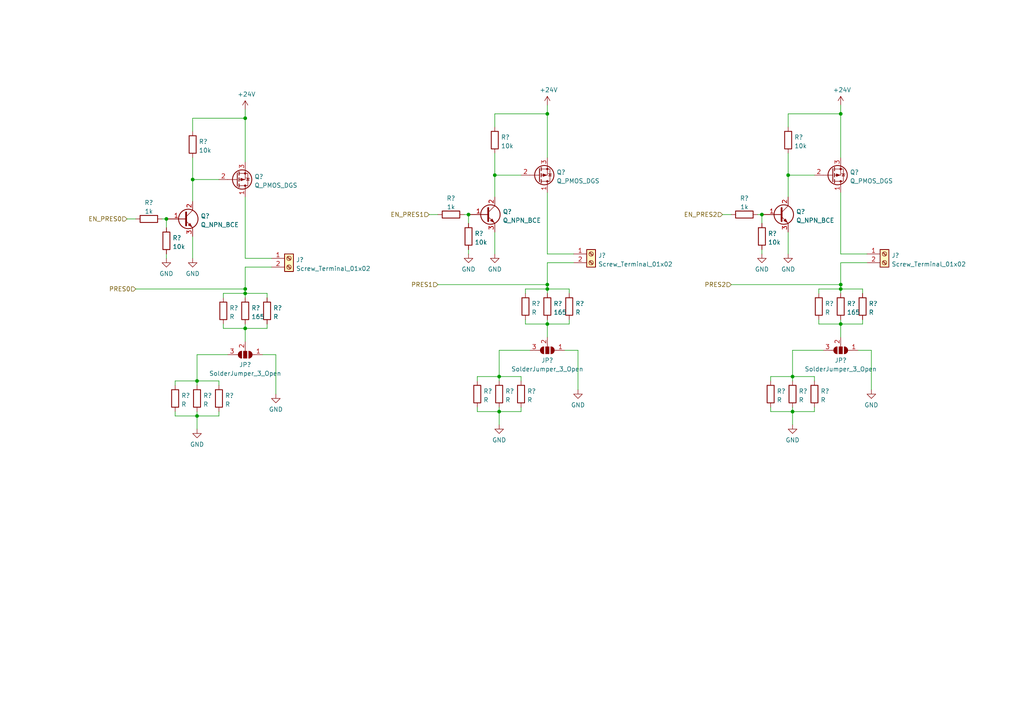
<source format=kicad_sch>
(kicad_sch (version 20211123) (generator eeschema)
  (paper "A4")
  (title_block (title "FloatPUMP Schematics") (date "2022-11-11") (rev "1.0") (company "robtor.de") (comment 1 "Controller board for up to 3 water pumps") (comment 2 "measuring capabilities with piezoresistive pressure sensors") (comment 3 "sensor input Range 4mA-20mA"))
  (lib_symbols
    (symbol "Connector:Screw_Terminal_01x02" (pin_names (offset 1.016) hide)
      (property "Reference" "J" (at 0 2.54 0))
      (property "Value" "Screw_Terminal_01x02" (at 0 -5.08 0))
      (symbol "Screw_Terminal_01x02_1_1"
        (rectangle (start -1.27 1.27) (end 1.27 -3.81) (stroke (width 0.254)) (fill (type background)))
        (circle (center 0 -2.54) (radius 0.635) (stroke (width 0.1524)))
        (polyline (pts (xy -0.5334 -2.2098) (xy 0.3302 -3.048)) (stroke (width 0.1524)))
        (polyline (pts (xy -0.5334 0.3302) (xy 0.3302 -0.508)) (stroke (width 0.1524)))
        (polyline (pts (xy -0.3556 -2.032) (xy 0.508 -2.8702)) (stroke (width 0.1524)))
        (polyline (pts (xy -0.3556 0.508) (xy 0.508 -0.3302)) (stroke (width 0.1524)))
        (circle (center 0 0) (radius 0.635) (stroke (width 0.1524)))
        (pin passive line (at -5.08 0 0) (length 3.81) (name "Pin_1") (number "1"))
        (pin passive line (at -5.08 -2.54 0) (length 3.81) (name "Pin_2") (number "2"))
      )
    )
    (symbol "Device:Q_NPN_BCE" (pin_names (offset 0) hide)
      (property "Reference" "Q" (at 5.08 1.27 0))
      (property "Value" "Q_NPN_BCE" (at 5.08 -1.27 0))
      (symbol "Q_NPN_BCE_0_1"
        (polyline (pts (xy 0.635 0.635) (xy 2.54 2.54)))
        (polyline (pts (xy 0.635 -0.635) (xy 2.54 -2.54) (xy 2.54 -2.54)))
        (polyline (pts (xy 0.635 1.905) (xy 0.635 -1.905) (xy 0.635 -1.905)) (stroke (width 0.508)))
        (polyline (pts (xy 1.27 -1.778) (xy 1.778 -1.27) (xy 2.286 -2.286) (xy 1.27 -1.778) (xy 1.27 -1.778)) (fill (type outline)))
        (circle (center 1.27 0) (radius 2.8194) (stroke (width 0.254)))
      )
      (symbol "Q_NPN_BCE_1_1"
        (pin input line (at -5.08 0 0) (length 5.715) (name "B") (number "1"))
        (pin passive line (at 2.54 5.08 270) (length 2.54) (name "C") (number "2"))
        (pin passive line (at 2.54 -5.08 90) (length 2.54) (name "E") (number "3"))
      )
    )
    (symbol "Device:Q_PMOS_DGS" (pin_names (offset 0) hide)
      (property "Reference" "Q" (at 5.08 1.27 0))
      (property "Value" "Q_PMOS_DGS" (at 5.08 -1.27 0))
      (symbol "Q_PMOS_DGS_0_1"
        (polyline (pts (xy 0.254 0) (xy -2.54 0)))
        (polyline (pts (xy 0.254 1.905) (xy 0.254 -1.905)) (stroke (width 0.254)))
        (polyline (pts (xy 0.762 -1.27) (xy 0.762 -2.286)) (stroke (width 0.254)))
        (polyline (pts (xy 0.762 0.508) (xy 0.762 -0.508)) (stroke (width 0.254)))
        (polyline (pts (xy 0.762 2.286) (xy 0.762 1.27)) (stroke (width 0.254)))
        (polyline (pts (xy 2.54 2.54) (xy 2.54 1.778)))
        (polyline (pts (xy 2.54 -2.54) (xy 2.54 0) (xy 0.762 0)))
        (polyline (pts (xy 0.762 1.778) (xy 3.302 1.778) (xy 3.302 -1.778) (xy 0.762 -1.778)))
        (polyline (pts (xy 2.286 0) (xy 1.27 0.381) (xy 1.27 -0.381) (xy 2.286 0)) (fill (type outline)))
        (polyline (pts (xy 2.794 -0.508) (xy 2.921 -0.381) (xy 3.683 -0.381) (xy 3.81 -0.254)))
        (polyline (pts (xy 3.302 -0.381) (xy 2.921 0.254) (xy 3.683 0.254) (xy 3.302 -0.381)))
        (circle (center 1.651 0) (radius 2.794) (stroke (width 0.254)))
        (circle (center 2.54 -1.778) (radius 0.254) (fill (type outline)))
        (circle (center 2.54 1.778) (radius 0.254) (fill (type outline)))
      )
      (symbol "Q_PMOS_DGS_1_1"
        (pin passive line (at 2.54 5.08 270) (length 2.54) (name "D") (number "1"))
        (pin input line (at -5.08 0 0) (length 2.54) (name "G") (number "2"))
        (pin passive line (at 2.54 -5.08 90) (length 2.54) (name "S") (number "3"))
      )
    )
    (symbol "Device:R" (pin_numbers hide) (pin_names (offset 0))
      (property "Reference" "R" (at 2.032 0 90))
      (property "Value" "R" (at 0 0 90))
      (symbol "R_0_1"
        (rectangle (start -1.016 -2.54) (end 1.016 2.54) (stroke (width 0.254)))
      )
      (symbol "R_1_1"
        (pin passive line (at 0 3.81 270) (length 1.27) (name "~") (number "1"))
        (pin passive line (at 0 -3.81 90) (length 1.27) (name "~") (number "2"))
      )
    )
    (symbol "Jumper:SolderJumper_3_Open" (pin_names (offset 0) hide)
      (property "Reference" "JP" (at -2.54 -2.54 0))
      (property "Value" "SolderJumper_3_Open" (at 0 2.794 0))
      (symbol "SolderJumper_3_Open_0_1"
        (arc (start -1.016 1.016) (mid -2.032 0) (end -1.016 -1.016))
        (arc (start -1.016 1.016) (mid -2.032 0) (end -1.016 -1.016) (fill (type outline)))
        (rectangle (start -0.508 1.016) (end 0.508 -1.016) (fill (type outline)))
        (polyline (pts (xy -2.54 0) (xy -2.032 0)))
        (polyline (pts (xy -1.016 1.016) (xy -1.016 -1.016)))
        (polyline (pts (xy 0 -1.27) (xy 0 -1.016)))
        (polyline (pts (xy 1.016 1.016) (xy 1.016 -1.016)))
        (polyline (pts (xy 2.54 0) (xy 2.032 0)))
        (arc (start 1.016 -1.016) (mid 2.032 0) (end 1.016 1.016))
        (arc (start 1.016 -1.016) (mid 2.032 0) (end 1.016 1.016) (fill (type outline)))
      )
      (symbol "SolderJumper_3_Open_1_1"
        (pin passive line (at -5.08 0 0) (length 2.54) (name "A") (number "1"))
        (pin passive line (at 0 -3.81 90) (length 2.54) (name "C") (number "2"))
        (pin passive line (at 5.08 0 180) (length 2.54) (name "B") (number "3"))
      )
    )
    (symbol "power:+24V" (power) (pin_names (offset 0))
      (property "Value" "+24V" (at 0 3.556 0))
      (symbol "+24V_0_1"
        (polyline (pts (xy -0.762 1.27) (xy 0 2.54)))
        (polyline (pts (xy 0 0) (xy 0 2.54)))
        (polyline (pts (xy 0 2.54) (xy 0.762 1.27)))
      )
      (symbol "+24V_1_1"
        (pin power_in line (at 0 0 90) (length 0) hide (name "+24V") (number "1"))
      )
    )
    (symbol "power:GND" (power) (pin_names (offset 0))
      (property "Value" "GND" (at 0 -3.81 0))
      (symbol "GND_0_1"
        (polyline (pts (xy 0 0) (xy 0 -1.27) (xy 1.27 -1.27) (xy 0 -2.54) (xy -1.27 -1.27) (xy 0 -1.27)))
      )
      (symbol "GND_1_1"
        (pin power_in line (at 0 0 270) (length 0) hide (name "GND") (number "1"))
      )
    )
  )
  (junction (at 143.51 50.8))
  (junction (at 135.89 62.23))
  (junction (at 158.75 33.02))
  (junction (at 229.87 119.38))
  (junction (at 243.84 33.02))
  (junction (at 229.87 109.22))
  (junction (at 243.84 82.55))
  (junction (at 57.15 110.49))
  (junction (at 55.88 52.07))
  (junction (at 71.12 85.09))
  (junction (at 158.75 82.55))
  (junction (at 228.6 50.8))
  (junction (at 71.12 95.25))
  (junction (at 243.84 83.82))
  (junction (at 57.15 120.65))
  (junction (at 158.75 83.82))
  (junction (at 144.78 119.38))
  (junction (at 71.12 34.29))
  (junction (at 243.84 93.98))
  (junction (at 158.75 93.98))
  (junction (at 144.78 109.22))
  (junction (at 71.12 83.82))
  (junction (at 48.26 63.5))
  (junction (at 220.98 62.23))
  (wire (pts (xy 77.47 85.09) (xy 71.12 85.09)))
  (wire (pts (xy 39.37 83.82) (xy 71.12 83.82)))
  (wire (pts (xy 80.01 102.87) (xy 80.01 114.3)))
  (wire (pts (xy 219.71 62.23) (xy 220.98 62.23)))
  (wire (pts (xy 143.51 33.02) (xy 158.75 33.02)))
  (wire (pts (xy 220.98 72.39) (xy 220.98 73.66)))
  (wire (pts (xy 228.6 44.45) (xy 228.6 50.8)))
  (wire (pts (xy 237.49 85.09) (xy 237.49 83.82)))
  (wire (pts (xy 134.62 62.23) (xy 135.89 62.23)))
  (wire (pts (xy 144.78 101.6) (xy 153.67 101.6)))
  (wire (pts (xy 250.19 92.71) (xy 250.19 93.98)))
  (wire (pts (xy 158.75 82.55) (xy 158.75 83.82)))
  (wire (pts (xy 250.19 85.09) (xy 250.19 83.82)))
  (wire (pts (xy 71.12 31.75) (xy 71.12 34.29)))
  (wire (pts (xy 243.84 83.82) (xy 243.84 85.09)))
  (wire (pts (xy 55.88 45.72) (xy 55.88 52.07)))
  (wire (pts (xy 71.12 83.82) (xy 71.12 85.09)))
  (wire (pts (xy 152.4 93.98) (xy 158.75 93.98)))
  (wire (pts (xy 166.37 76.2) (xy 158.75 76.2)))
  (wire (pts (xy 243.84 92.71) (xy 243.84 93.98)))
  (wire (pts (xy 64.77 85.09) (xy 71.12 85.09)))
  (wire (pts (xy 229.87 109.22) (xy 229.87 110.49)))
  (wire (pts (xy 165.1 85.09) (xy 165.1 83.82)))
  (wire (pts (xy 77.47 86.36) (xy 77.47 85.09)))
  (wire (pts (xy 228.6 67.31) (xy 228.6 73.66)))
  (wire (pts (xy 229.87 118.11) (xy 229.87 119.38)))
  (wire (pts (xy 158.75 76.2) (xy 158.75 82.55)))
  (wire (pts (xy 223.52 119.38) (xy 229.87 119.38)))
  (wire (pts (xy 151.13 110.49) (xy 151.13 109.22)))
  (wire (pts (xy 57.15 110.49) (xy 57.15 111.76)))
  (wire (pts (xy 50.8 111.76) (xy 50.8 110.49)))
  (wire (pts (xy 248.92 101.6) (xy 252.73 101.6)))
  (wire (pts (xy 71.12 57.15) (xy 71.12 74.93)))
  (wire (pts (xy 124.46 62.23) (xy 127 62.23)))
  (wire (pts (xy 252.73 101.6) (xy 252.73 113.03)))
  (wire (pts (xy 50.8 119.38) (xy 50.8 120.65)))
  (wire (pts (xy 144.78 119.38) (xy 151.13 119.38)))
  (wire (pts (xy 152.4 92.71) (xy 152.4 93.98)))
  (wire (pts (xy 50.8 120.65) (xy 57.15 120.65)))
  (wire (pts (xy 48.26 63.5) (xy 48.26 66.04)))
  (wire (pts (xy 76.2 102.87) (xy 80.01 102.87)))
  (wire (pts (xy 57.15 102.87) (xy 66.04 102.87)))
  (wire (pts (xy 144.78 119.38) (xy 144.78 123.19)))
  (wire (pts (xy 158.75 93.98) (xy 158.75 97.79)))
  (wire (pts (xy 138.43 110.49) (xy 138.43 109.22)))
  (wire (pts (xy 152.4 83.82) (xy 158.75 83.82)))
  (wire (pts (xy 158.75 55.88) (xy 158.75 73.66)))
  (wire (pts (xy 151.13 118.11) (xy 151.13 119.38)))
  (wire (pts (xy 228.6 36.83) (xy 228.6 33.02)))
  (wire (pts (xy 158.75 30.48) (xy 158.75 33.02)))
  (wire (pts (xy 228.6 50.8) (xy 236.22 50.8)))
  (wire (pts (xy 138.43 119.38) (xy 144.78 119.38)))
  (wire (pts (xy 143.51 36.83) (xy 143.51 33.02)))
  (wire (pts (xy 64.77 95.25) (xy 71.12 95.25)))
  (wire (pts (xy 220.98 62.23) (xy 220.98 64.77)))
  (wire (pts (xy 78.74 77.47) (xy 71.12 77.47)))
  (wire (pts (xy 229.87 101.6) (xy 229.87 109.22)))
  (wire (pts (xy 135.89 72.39) (xy 135.89 73.66)))
  (wire (pts (xy 158.75 83.82) (xy 158.75 85.09)))
  (wire (pts (xy 236.22 110.49) (xy 236.22 109.22)))
  (wire (pts (xy 78.74 74.93) (xy 71.12 74.93)))
  (wire (pts (xy 55.88 38.1) (xy 55.88 34.29)))
  (wire (pts (xy 229.87 119.38) (xy 236.22 119.38)))
  (wire (pts (xy 71.12 95.25) (xy 77.47 95.25)))
  (wire (pts (xy 243.84 93.98) (xy 243.84 97.79)))
  (wire (pts (xy 55.88 52.07) (xy 63.5 52.07)))
  (wire (pts (xy 36.83 63.5) (xy 39.37 63.5)))
  (wire (pts (xy 223.52 109.22) (xy 229.87 109.22)))
  (wire (pts (xy 251.46 73.66) (xy 243.84 73.66)))
  (wire (pts (xy 243.84 82.55) (xy 243.84 83.82)))
  (wire (pts (xy 212.09 82.55) (xy 243.84 82.55)))
  (wire (pts (xy 55.88 68.58) (xy 55.88 74.93)))
  (wire (pts (xy 243.84 93.98) (xy 250.19 93.98)))
  (wire (pts (xy 138.43 109.22) (xy 144.78 109.22)))
  (wire (pts (xy 143.51 50.8) (xy 143.51 57.15)))
  (wire (pts (xy 163.83 101.6) (xy 167.64 101.6)))
  (wire (pts (xy 236.22 109.22) (xy 229.87 109.22)))
  (wire (pts (xy 55.88 34.29) (xy 71.12 34.29)))
  (wire (pts (xy 138.43 118.11) (xy 138.43 119.38)))
  (wire (pts (xy 143.51 44.45) (xy 143.51 50.8)))
  (wire (pts (xy 127 82.55) (xy 158.75 82.55)))
  (wire (pts (xy 64.77 86.36) (xy 64.77 85.09)))
  (wire (pts (xy 251.46 76.2) (xy 243.84 76.2)))
  (wire (pts (xy 50.8 110.49) (xy 57.15 110.49)))
  (wire (pts (xy 158.75 93.98) (xy 165.1 93.98)))
  (wire (pts (xy 237.49 83.82) (xy 243.84 83.82)))
  (wire (pts (xy 209.55 62.23) (xy 212.09 62.23)))
  (wire (pts (xy 71.12 34.29) (xy 71.12 46.99)))
  (wire (pts (xy 237.49 92.71) (xy 237.49 93.98)))
  (wire (pts (xy 250.19 83.82) (xy 243.84 83.82)))
  (wire (pts (xy 135.89 64.77) (xy 135.89 62.23)))
  (wire (pts (xy 57.15 102.87) (xy 57.15 110.49)))
  (wire (pts (xy 228.6 50.8) (xy 228.6 57.15)))
  (wire (pts (xy 165.1 92.71) (xy 165.1 93.98)))
  (wire (pts (xy 144.78 118.11) (xy 144.78 119.38)))
  (wire (pts (xy 143.51 67.31) (xy 143.51 73.66)))
  (wire (pts (xy 55.88 52.07) (xy 55.88 58.42)))
  (wire (pts (xy 57.15 120.65) (xy 63.5 120.65)))
  (wire (pts (xy 77.47 93.98) (xy 77.47 95.25)))
  (wire (pts (xy 57.15 119.38) (xy 57.15 120.65)))
  (wire (pts (xy 57.15 120.65) (xy 57.15 124.46)))
  (wire (pts (xy 64.77 93.98) (xy 64.77 95.25)))
  (wire (pts (xy 236.22 118.11) (xy 236.22 119.38)))
  (wire (pts (xy 158.75 33.02) (xy 158.75 45.72)))
  (wire (pts (xy 152.4 85.09) (xy 152.4 83.82)))
  (wire (pts (xy 63.5 111.76) (xy 63.5 110.49)))
  (wire (pts (xy 229.87 101.6) (xy 238.76 101.6)))
  (wire (pts (xy 243.84 33.02) (xy 243.84 45.72)))
  (wire (pts (xy 48.26 73.66) (xy 48.26 74.93)))
  (wire (pts (xy 166.37 73.66) (xy 158.75 73.66)))
  (wire (pts (xy 71.12 95.25) (xy 71.12 99.06)))
  (wire (pts (xy 237.49 93.98) (xy 243.84 93.98)))
  (wire (pts (xy 165.1 83.82) (xy 158.75 83.82)))
  (wire (pts (xy 63.5 119.38) (xy 63.5 120.65)))
  (wire (pts (xy 143.51 50.8) (xy 151.13 50.8)))
  (wire (pts (xy 223.52 110.49) (xy 223.52 109.22)))
  (wire (pts (xy 144.78 101.6) (xy 144.78 109.22)))
  (wire (pts (xy 158.75 92.71) (xy 158.75 93.98)))
  (wire (pts (xy 243.84 76.2) (xy 243.84 82.55)))
  (wire (pts (xy 228.6 33.02) (xy 243.84 33.02)))
  (wire (pts (xy 71.12 85.09) (xy 71.12 86.36)))
  (wire (pts (xy 229.87 119.38) (xy 229.87 123.19)))
  (wire (pts (xy 167.64 101.6) (xy 167.64 113.03)))
  (wire (pts (xy 71.12 77.47) (xy 71.12 83.82)))
  (wire (pts (xy 151.13 109.22) (xy 144.78 109.22)))
  (wire (pts (xy 243.84 30.48) (xy 243.84 33.02)))
  (wire (pts (xy 71.12 93.98) (xy 71.12 95.25)))
  (wire (pts (xy 243.84 55.88) (xy 243.84 73.66)))
  (wire (pts (xy 46.99 63.5) (xy 48.26 63.5)))
  (wire (pts (xy 223.52 118.11) (xy 223.52 119.38)))
  (wire (pts (xy 144.78 109.22) (xy 144.78 110.49)))
  (wire (pts (xy 63.5 110.49) (xy 57.15 110.49)))
  (hierarchical_label "EN_PRES1" (shape input) (at 124.46 62.23 180))
  (hierarchical_label "PRES2" (shape input) (at 212.09 82.55 180))
  (hierarchical_label "PRES0" (shape input) (at 39.37 83.82 180))
  (hierarchical_label "EN_PRES2" (shape input) (at 209.55 62.23 180))
  (hierarchical_label "EN_PRES0" (shape input) (at 36.83 63.5 180))
  (hierarchical_label "PRES1" (shape input) (at 127 82.55 180))
  (symbol (lib_id "power:+24V") (at 71.12 31.75 0) (unit 1)
    (property "Reference" "#PWR?" (effects hide))
    (property "Value" "+24V" (at 71.501 27.3558 0))
  )
  (symbol (lib_id "power:+24V") (at 158.75 30.48 0) (unit 1)
    (property "Reference" "#PWR?" (effects hide))
    (property "Value" "+24V" (at 159.131 26.0858 0))
  )
  (symbol (lib_id "Device:R") (at 165.1 88.9 0) (unit 1)
    (property "Reference" "R?" (at 166.878 88.0653 0) (effects (justify left)))
    (property "Value" "R" (at 166.878 90.6022 0) (effects (justify left)))
  )
  (symbol (lib_id "Device:R") (at 57.15 115.57 0) (unit 1)
    (property "Reference" "R?" (at 58.928 114.7353 0) (effects (justify left)))
    (property "Value" "R" (at 58.928 117.2722 0) (effects (justify left)))
  )
  (symbol (lib_id "Device:R") (at 151.13 114.3 0) (unit 1)
    (property "Reference" "R?" (at 152.908 113.4653 0) (effects (justify left)))
    (property "Value" "R" (at 152.908 116.0022 0) (effects (justify left)))
  )
  (symbol (lib_id "Device:R") (at 223.52 114.3 0) (unit 1)
    (property "Reference" "R?" (at 225.298 113.4653 0) (effects (justify left)))
    (property "Value" "R" (at 225.298 116.0022 0) (effects (justify left)))
  )
  (symbol (lib_id "Device:R") (at 77.47 90.17 0) (unit 1)
    (property "Reference" "R?" (at 79.248 89.3353 0) (effects (justify left)))
    (property "Value" "R" (at 79.248 91.8722 0) (effects (justify left)))
  )
  (symbol (lib_id "Device:R") (at 250.19 88.9 0) (unit 1)
    (property "Reference" "R?" (at 251.968 88.0653 0) (effects (justify left)))
    (property "Value" "R" (at 251.968 90.6022 0) (effects (justify left)))
  )
  (symbol (lib_id "Device:R") (at 229.87 114.3 0) (unit 1)
    (property "Reference" "R?" (at 231.648 113.4653 0) (effects (justify left)))
    (property "Value" "R" (at 231.648 116.0022 0) (effects (justify left)))
  )
  (symbol (lib_id "Device:R") (at 135.89 68.58 0) (unit 1)
    (property "Reference" "R?" (at 137.668 67.7453 0) (effects (justify left)))
    (property "Value" "10k" (at 137.668 70.2822 0) (effects (justify left)))
  )
  (symbol (lib_id "Device:R") (at 152.4 88.9 0) (unit 1)
    (property "Reference" "R?" (at 154.178 88.0653 0) (effects (justify left)))
    (property "Value" "R" (at 154.178 90.6022 0) (effects (justify left)))
  )
  (symbol (lib_id "power:+24V") (at 243.84 30.48 0) (unit 1)
    (property "Reference" "#PWR?" (effects hide))
    (property "Value" "+24V" (at 244.221 26.0858 0))
  )
  (symbol (lib_id "power:GND") (at 228.6 73.66 0) (unit 1)
    (property "Reference" "#PWR?" (effects hide))
    (property "Value" "GND" (at 228.6 78.1034 0))
  )
  (symbol (lib_id "Device:R") (at 144.78 114.3 0) (unit 1)
    (property "Reference" "R?" (at 146.558 113.4653 0) (effects (justify left)))
    (property "Value" "R" (at 146.558 116.0022 0) (effects (justify left)))
  )
  (symbol (lib_id "Device:R") (at 236.22 114.3 0) (unit 1)
    (property "Reference" "R?" (at 237.998 113.4653 0) (effects (justify left)))
    (property "Value" "R" (at 237.998 116.0022 0) (effects (justify left)))
  )
  (symbol (lib_id "Device:R") (at 237.49 88.9 0) (unit 1)
    (property "Reference" "R?" (at 239.268 88.0653 0) (effects (justify left)))
    (property "Value" "R" (at 239.268 90.6022 0) (effects (justify left)))
  )
  (symbol (lib_id "Device:Q_PMOS_DGS") (at 68.58 52.07 0) (mirror x) (unit 1)
    (property "Reference" "Q?" (at 73.787 51.2353 0) (effects (justify left)))
    (property "Value" "Q_PMOS_DGS" (at 73.787 53.7722 0) (effects (justify left)))
  )
  (symbol (lib_id "power:GND") (at 167.64 113.03 0) (unit 1)
    (property "Reference" "#PWR?" (effects hide))
    (property "Value" "GND" (at 167.64 117.4734 0))
  )
  (symbol (lib_id "Device:Q_NPN_BCE") (at 226.06 62.23 0) (unit 1)
    (property "Reference" "Q?" (at 230.9114 61.3953 0) (effects (justify left)))
    (property "Value" "Q_NPN_BCE" (at 230.9114 63.9322 0) (effects (justify left)))
  )
  (symbol (lib_id "power:GND") (at 229.87 123.19 0) (unit 1)
    (property "Reference" "#PWR?" (effects hide))
    (property "Value" "GND" (at 229.87 127.6334 0))
  )
  (symbol (lib_id "power:GND") (at 252.73 113.03 0) (unit 1)
    (property "Reference" "#PWR?" (effects hide))
    (property "Value" "GND" (at 252.73 117.4734 0))
  )
  (symbol (lib_id "Device:Q_NPN_BCE") (at 53.34 63.5 0) (unit 1)
    (property "Reference" "Q?" (at 58.1914 62.6653 0) (effects (justify left)))
    (property "Value" "Q_NPN_BCE" (at 58.1914 65.2022 0) (effects (justify left)))
  )
  (symbol (lib_id "Device:R") (at 63.5 115.57 0) (unit 1)
    (property "Reference" "R?" (at 65.278 114.7353 0) (effects (justify left)))
    (property "Value" "R" (at 65.278 117.2722 0) (effects (justify left)))
  )
  (symbol (lib_id "Device:R") (at 215.9 62.23 90) (unit 1)
    (property "Reference" "R?" (at 215.9 57.5142 90))
    (property "Value" "1k" (at 215.9 60.0511 90))
  )
  (symbol (lib_id "power:GND") (at 48.26 74.93 0) (unit 1)
    (property "Reference" "#PWR?" (effects hide))
    (property "Value" "GND" (at 48.26 79.3734 0))
  )
  (symbol (lib_id "power:GND") (at 135.89 73.66 0) (unit 1)
    (property "Reference" "#PWR?" (effects hide))
    (property "Value" "GND" (at 135.89 78.1034 0))
  )
  (symbol (lib_id "Device:R") (at 55.88 41.91 0) (unit 1)
    (property "Reference" "R?" (at 57.658 41.0753 0) (effects (justify left)))
    (property "Value" "10k" (at 57.658 43.6122 0) (effects (justify left)))
  )
  (symbol (lib_id "Device:R") (at 50.8 115.57 0) (unit 1)
    (property "Reference" "R?" (at 52.578 114.7353 0) (effects (justify left)))
    (property "Value" "R" (at 52.578 117.2722 0) (effects (justify left)))
  )
  (symbol (lib_id "Jumper:SolderJumper_3_Open") (at 71.12 102.87 180) (unit 1)
    (property "Reference" "JP?" (at 71.12 105.7894 0))
    (property "Value" "SolderJumper_3_Open" (at 71.12 108.3263 0))
  )
  (symbol (lib_id "Device:R") (at 130.81 62.23 90) (unit 1)
    (property "Reference" "R?" (at 130.81 57.5142 90))
    (property "Value" "1k" (at 130.81 60.0511 90))
  )
  (symbol (lib_id "power:GND") (at 80.01 114.3 0) (unit 1)
    (property "Reference" "#PWR?" (effects hide))
    (property "Value" "GND" (at 80.01 118.7434 0))
  )
  (symbol (lib_id "power:GND") (at 143.51 73.66 0) (unit 1)
    (property "Reference" "#PWR?" (effects hide))
    (property "Value" "GND" (at 143.51 78.1034 0))
  )
  (symbol (lib_id "Device:R") (at 143.51 40.64 0) (unit 1)
    (property "Reference" "R?" (at 145.288 39.8053 0) (effects (justify left)))
    (property "Value" "10k" (at 145.288 42.3422 0) (effects (justify left)))
  )
  (symbol (lib_id "Device:R") (at 158.75 88.9 0) (unit 1)
    (property "Reference" "R?" (at 160.528 88.0653 0) (effects (justify left)))
    (property "Value" "165" (at 160.528 90.6022 0) (effects (justify left)))
  )
  (symbol (lib_id "Connector:Screw_Terminal_01x02") (at 256.54 73.66 0) (unit 1)
    (property "Reference" "J?" (at 258.572 74.0953 0) (effects (justify left)))
    (property "Value" "Screw_Terminal_01x02" (at 258.572 76.6322 0) (effects (justify left)))
  )
  (symbol (lib_id "Device:Q_PMOS_DGS") (at 156.21 50.8 0) (mirror x) (unit 1)
    (property "Reference" "Q?" (at 161.417 49.9653 0) (effects (justify left)))
    (property "Value" "Q_PMOS_DGS" (at 161.417 52.5022 0) (effects (justify left)))
  )
  (symbol (lib_id "Device:R") (at 138.43 114.3 0) (unit 1)
    (property "Reference" "R?" (at 140.208 113.4653 0) (effects (justify left)))
    (property "Value" "R" (at 140.208 116.0022 0) (effects (justify left)))
  )
  (symbol (lib_id "Device:R") (at 228.6 40.64 0) (unit 1)
    (property "Reference" "R?" (at 230.378 39.8053 0) (effects (justify left)))
    (property "Value" "10k" (at 230.378 42.3422 0) (effects (justify left)))
  )
  (symbol (lib_id "Connector:Screw_Terminal_01x02") (at 171.45 73.66 0) (unit 1)
    (property "Reference" "J?" (at 173.482 74.0953 0) (effects (justify left)))
    (property "Value" "Screw_Terminal_01x02" (at 173.482 76.6322 0) (effects (justify left)))
  )
  (symbol (lib_id "power:GND") (at 57.15 124.46 0) (unit 1)
    (property "Reference" "#PWR?" (effects hide))
    (property "Value" "GND" (at 57.15 128.9034 0))
  )
  (symbol (lib_id "Device:R") (at 243.84 88.9 0) (unit 1)
    (property "Reference" "R?" (at 245.618 88.0653 0) (effects (justify left)))
    (property "Value" "165" (at 245.618 90.6022 0) (effects (justify left)))
  )
  (symbol (lib_id "Jumper:SolderJumper_3_Open") (at 243.84 101.6 180) (unit 1)
    (property "Reference" "JP?" (at 243.84 104.5194 0))
    (property "Value" "SolderJumper_3_Open" (at 243.84 107.0563 0))
  )
  (symbol (lib_id "Device:R") (at 220.98 68.58 0) (unit 1)
    (property "Reference" "R?" (at 222.758 67.7453 0) (effects (justify left)))
    (property "Value" "10k" (at 222.758 70.2822 0) (effects (justify left)))
  )
  (symbol (lib_id "Device:R") (at 71.12 90.17 0) (unit 1)
    (property "Reference" "R?" (at 72.898 89.3353 0) (effects (justify left)))
    (property "Value" "165" (at 72.898 91.8722 0) (effects (justify left)))
  )
  (symbol (lib_id "Connector:Screw_Terminal_01x02") (at 83.82 74.93 0) (unit 1)
    (property "Reference" "J?" (at 85.852 75.3653 0) (effects (justify left)))
    (property "Value" "Screw_Terminal_01x02" (at 85.852 77.9022 0) (effects (justify left)))
  )
  (symbol (lib_id "Device:Q_PMOS_DGS") (at 241.3 50.8 0) (mirror x) (unit 1)
    (property "Reference" "Q?" (at 246.507 49.9653 0) (effects (justify left)))
    (property "Value" "Q_PMOS_DGS" (at 246.507 52.5022 0) (effects (justify left)))
  )
  (symbol (lib_id "power:GND") (at 144.78 123.19 0) (unit 1)
    (property "Reference" "#PWR?" (effects hide))
    (property "Value" "GND" (at 144.78 127.6334 0))
  )
  (symbol (lib_id "Jumper:SolderJumper_3_Open") (at 158.75 101.6 180) (unit 1)
    (property "Reference" "JP?" (at 158.75 104.5194 0))
    (property "Value" "SolderJumper_3_Open" (at 158.75 107.0563 0))
  )
  (symbol (lib_id "power:GND") (at 220.98 73.66 0) (unit 1)
    (property "Reference" "#PWR?" (effects hide))
    (property "Value" "GND" (at 220.98 78.1034 0))
  )
  (symbol (lib_id "Device:Q_NPN_BCE") (at 140.97 62.23 0) (unit 1)
    (property "Reference" "Q?" (at 145.8214 61.3953 0) (effects (justify left)))
    (property "Value" "Q_NPN_BCE" (at 145.8214 63.9322 0) (effects (justify left)))
  )
  (symbol (lib_id "Device:R") (at 48.26 69.85 0) (unit 1)
    (property "Reference" "R?" (at 50.038 69.0153 0) (effects (justify left)))
    (property "Value" "10k" (at 50.038 71.5522 0) (effects (justify left)))
  )
  (symbol (lib_id "power:GND") (at 55.88 74.93 0) (unit 1)
    (property "Reference" "#PWR?" (effects hide))
    (property "Value" "GND" (at 55.88 79.3734 0))
  )
  (symbol (lib_id "Device:R") (at 64.77 90.17 0) (unit 1)
    (property "Reference" "R?" (at 66.548 89.3353 0) (effects (justify left)))
    (property "Value" "R" (at 66.548 91.8722 0) (effects (justify left)))
  )
  (symbol (lib_id "Device:R") (at 43.18 63.5 90) (unit 1)
    (property "Reference" "R?" (at 43.18 58.7842 90))
    (property "Value" "1k" (at 43.18 61.3211 90))
  )
)
</source>
